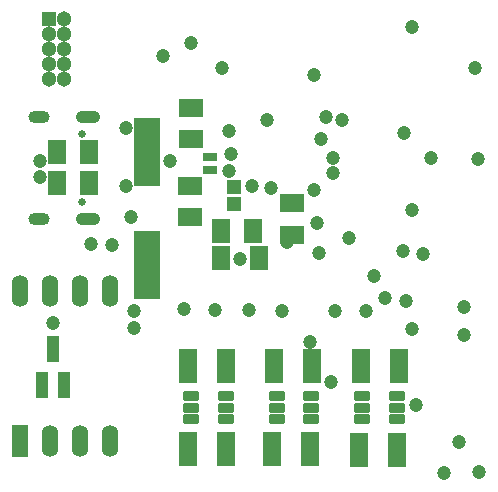
<source format=gbs>
G04*
G04 #@! TF.GenerationSoftware,Altium Limited,Altium Designer,22.5.1 (42)*
G04*
G04 Layer_Color=16711935*
%FSLAX44Y44*%
%MOMM*%
G71*
G04*
G04 #@! TF.SameCoordinates,71178AE7-794B-4274-92FD-453C924C4812*
G04*
G04*
G04 #@! TF.FilePolarity,Negative*
G04*
G01*
G75*
%ADD39R,2.0232X1.6432*%
%ADD46R,1.5532X2.1032*%
%ADD47R,1.6432X2.0232*%
%ADD49C,0.6500*%
G04:AMPARAMS|DCode=50|XSize=1mm|YSize=2.1mm|CornerRadius=0.5mm|HoleSize=0mm|Usage=FLASHONLY|Rotation=270.000|XOffset=0mm|YOffset=0mm|HoleType=Round|Shape=RoundedRectangle|*
%AMROUNDEDRECTD50*
21,1,1.0000,1.1000,0,0,270.0*
21,1,0.0000,2.1000,0,0,270.0*
1,1,1.0000,-0.5500,0.0000*
1,1,1.0000,-0.5500,0.0000*
1,1,1.0000,0.5500,0.0000*
1,1,1.0000,0.5500,0.0000*
%
%ADD50ROUNDEDRECTD50*%
G04:AMPARAMS|DCode=51|XSize=1mm|YSize=1.8mm|CornerRadius=0.5mm|HoleSize=0mm|Usage=FLASHONLY|Rotation=270.000|XOffset=0mm|YOffset=0mm|HoleType=Round|Shape=RoundedRectangle|*
%AMROUNDEDRECTD51*
21,1,1.0000,0.8000,0,0,270.0*
21,1,0.0000,1.8000,0,0,270.0*
1,1,1.0000,-0.4000,0.0000*
1,1,1.0000,-0.4000,0.0000*
1,1,1.0000,0.4000,0.0000*
1,1,1.0000,0.4000,0.0000*
%
%ADD51ROUNDEDRECTD51*%
%ADD52R,1.4032X2.7032*%
%ADD53O,1.4032X2.7032*%
%ADD54R,1.3032X1.3032*%
%ADD55C,1.3032*%
%ADD56C,1.2032*%
%ADD74R,2.3032X5.8032*%
%ADD75R,1.2032X0.7532*%
%ADD76R,1.1732X1.2032*%
%ADD77R,1.0032X2.2032*%
%ADD78R,1.5532X3.0032*%
G04:AMPARAMS|DCode=79|XSize=0.8532mm|YSize=1.4032mm|CornerRadius=0.1504mm|HoleSize=0mm|Usage=FLASHONLY|Rotation=270.000|XOffset=0mm|YOffset=0mm|HoleType=Round|Shape=RoundedRectangle|*
%AMROUNDEDRECTD79*
21,1,0.8532,1.1025,0,0,270.0*
21,1,0.5525,1.4032,0,0,270.0*
1,1,0.3007,-0.5513,-0.2763*
1,1,0.3007,-0.5513,0.2763*
1,1,0.3007,0.5513,0.2763*
1,1,0.3007,0.5513,-0.2763*
%
%ADD79ROUNDEDRECTD79*%
D39*
X158000Y320360D02*
D03*
Y293640D02*
D03*
X157000Y227640D02*
D03*
Y254360D02*
D03*
X243000Y212640D02*
D03*
Y239360D02*
D03*
D46*
X183000Y193000D02*
D03*
X215000D02*
D03*
D47*
X71360Y283000D02*
D03*
X44640D02*
D03*
Y257000D02*
D03*
X71360D02*
D03*
X183640Y216000D02*
D03*
X210360D02*
D03*
D49*
X65596Y240479D02*
D03*
Y298279D02*
D03*
D50*
X70596Y226179D02*
D03*
Y312579D02*
D03*
D51*
X28796Y226179D02*
D03*
Y312579D02*
D03*
D52*
X13200Y38000D02*
D03*
D53*
X38600D02*
D03*
X64000D02*
D03*
X89400D02*
D03*
X13200Y165000D02*
D03*
X38600D02*
D03*
X64000D02*
D03*
X89400D02*
D03*
D54*
X37500Y395400D02*
D03*
D55*
X50200D02*
D03*
X37500Y382700D02*
D03*
X50200D02*
D03*
X37500Y370000D02*
D03*
X50200D02*
D03*
X37500Y357300D02*
D03*
X50200D02*
D03*
X37500Y344600D02*
D03*
X50200D02*
D03*
D56*
X29900Y275168D02*
D03*
Y262000D02*
D03*
X103000Y303000D02*
D03*
X158000Y375000D02*
D03*
X134191Y364460D02*
D03*
X292000Y210000D02*
D03*
X322000Y159000D02*
D03*
X312776Y177547D02*
D03*
X110000Y148000D02*
D03*
Y134000D02*
D03*
X73000Y205000D02*
D03*
X90710Y204000D02*
D03*
X102977Y254000D02*
D03*
X140378Y275000D02*
D03*
X107000Y227640D02*
D03*
X272539Y312539D02*
D03*
X278344Y277535D02*
D03*
X268000Y294000D02*
D03*
X286039Y310039D02*
D03*
X278000Y265000D02*
D03*
X192000Y281000D02*
D03*
X190000Y300804D02*
D03*
X221877Y309810D02*
D03*
X178293Y148844D02*
D03*
X345000Y234000D02*
D03*
X389000Y128000D02*
D03*
X279651Y148011D02*
D03*
X41000Y138000D02*
D03*
X184360Y354000D02*
D03*
X187441Y101390D02*
D03*
X361000Y278000D02*
D03*
X155461Y101531D02*
D03*
X276000Y88000D02*
D03*
X348000Y69000D02*
D03*
X345000Y133000D02*
D03*
X372000Y11000D02*
D03*
X384860Y37718D02*
D03*
X402000Y12000D02*
D03*
X151640Y150000D02*
D03*
X235000Y148000D02*
D03*
X207000Y149000D02*
D03*
X334000Y104890D02*
D03*
X239000Y207000D02*
D03*
X210360Y216000D02*
D03*
X183640D02*
D03*
X338210Y298676D02*
D03*
X345000Y389000D02*
D03*
X398000Y354000D02*
D03*
X262000Y251000D02*
D03*
X400890Y277000D02*
D03*
X389000Y152000D02*
D03*
X262000Y348000D02*
D03*
X264790Y222803D02*
D03*
X199000Y192000D02*
D03*
X266000Y197000D02*
D03*
X226000Y252322D02*
D03*
X190000Y267000D02*
D03*
X259000Y122110D02*
D03*
X209255Y254534D02*
D03*
X305956Y148066D02*
D03*
X354000Y196460D02*
D03*
X340000Y157110D02*
D03*
X337000Y199000D02*
D03*
D74*
X121000Y282500D02*
D03*
Y187500D02*
D03*
D75*
X174000Y267666D02*
D03*
Y278334D02*
D03*
D76*
X194000Y238650D02*
D03*
Y253350D02*
D03*
D77*
X41014Y116028D02*
D03*
X31500Y85972D02*
D03*
X50500D02*
D03*
D78*
X155500Y101500D02*
D03*
X187500D02*
D03*
X228000D02*
D03*
X260000D02*
D03*
X258500Y31500D02*
D03*
X226500D02*
D03*
X302000Y102000D02*
D03*
X334000D02*
D03*
X332000Y31000D02*
D03*
X300000D02*
D03*
X187500Y31500D02*
D03*
X155500D02*
D03*
D79*
X302750Y57000D02*
D03*
Y66500D02*
D03*
Y76000D02*
D03*
X332250D02*
D03*
Y66500D02*
D03*
Y57000D02*
D03*
X157750D02*
D03*
Y66500D02*
D03*
Y76000D02*
D03*
X187250D02*
D03*
Y66500D02*
D03*
Y57000D02*
D03*
X230250D02*
D03*
Y66500D02*
D03*
Y76000D02*
D03*
X259750D02*
D03*
Y66500D02*
D03*
Y57000D02*
D03*
M02*

</source>
